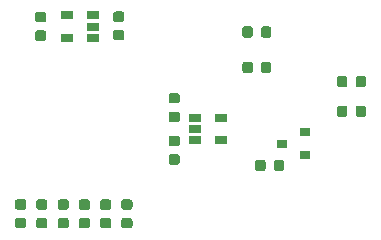
<source format=gbp>
G04 #@! TF.GenerationSoftware,KiCad,Pcbnew,(5.0.0)*
G04 #@! TF.CreationDate,2019-01-23T06:14:12+09:00*
G04 #@! TF.ProjectId,PDS,5044532E6B696361645F706362000000,rev?*
G04 #@! TF.SameCoordinates,Original*
G04 #@! TF.FileFunction,Paste,Bot*
G04 #@! TF.FilePolarity,Positive*
%FSLAX46Y46*%
G04 Gerber Fmt 4.6, Leading zero omitted, Abs format (unit mm)*
G04 Created by KiCad (PCBNEW (5.0.0)) date 01/23/19 06:14:12*
%MOMM*%
%LPD*%
G01*
G04 APERTURE LIST*
%ADD10C,1.000000*%
%ADD11C,0.875000*%
%ADD12R,1.060000X0.650000*%
%ADD13R,0.900000X0.800000*%
G04 APERTURE END LIST*
D10*
G04 #@! TO.C,C1*
G36*
X77877691Y-112538553D02*
X77898926Y-112541703D01*
X77919750Y-112546919D01*
X77939962Y-112554151D01*
X77959368Y-112563330D01*
X77977781Y-112574366D01*
X77995024Y-112587154D01*
X78010930Y-112601570D01*
X78025346Y-112617476D01*
X78038134Y-112634719D01*
X78049170Y-112653132D01*
X78058349Y-112672538D01*
X78065581Y-112692750D01*
X78070797Y-112713574D01*
X78073947Y-112734809D01*
X78075000Y-112756250D01*
X78075000Y-113193750D01*
X78073947Y-113215191D01*
X78070797Y-113236426D01*
X78065581Y-113257250D01*
X78058349Y-113277462D01*
X78049170Y-113296868D01*
X78038134Y-113315281D01*
X78025346Y-113332524D01*
X78010930Y-113348430D01*
X77995024Y-113362846D01*
X77977781Y-113375634D01*
X77959368Y-113386670D01*
X77939962Y-113395849D01*
X77919750Y-113403081D01*
X77898926Y-113408297D01*
X77877691Y-113411447D01*
X77856250Y-113412500D01*
X77343750Y-113412500D01*
X77322309Y-113411447D01*
X77301074Y-113408297D01*
X77280250Y-113403081D01*
X77260038Y-113395849D01*
X77240632Y-113386670D01*
X77222219Y-113375634D01*
X77204976Y-113362846D01*
X77189070Y-113348430D01*
X77174654Y-113332524D01*
X77161866Y-113315281D01*
X77150830Y-113296868D01*
X77141651Y-113277462D01*
X77134419Y-113257250D01*
X77129203Y-113236426D01*
X77126053Y-113215191D01*
X77125000Y-113193750D01*
X77125000Y-112756250D01*
X77126053Y-112734809D01*
X77129203Y-112713574D01*
X77134419Y-112692750D01*
X77141651Y-112672538D01*
X77150830Y-112653132D01*
X77161866Y-112634719D01*
X77174654Y-112617476D01*
X77189070Y-112601570D01*
X77204976Y-112587154D01*
X77222219Y-112574366D01*
X77240632Y-112563330D01*
X77260038Y-112554151D01*
X77280250Y-112546919D01*
X77301074Y-112541703D01*
X77322309Y-112538553D01*
X77343750Y-112537500D01*
X77856250Y-112537500D01*
X77877691Y-112538553D01*
X77877691Y-112538553D01*
G37*
D11*
X77600000Y-112975000D03*
D10*
G36*
X77877691Y-110963553D02*
X77898926Y-110966703D01*
X77919750Y-110971919D01*
X77939962Y-110979151D01*
X77959368Y-110988330D01*
X77977781Y-110999366D01*
X77995024Y-111012154D01*
X78010930Y-111026570D01*
X78025346Y-111042476D01*
X78038134Y-111059719D01*
X78049170Y-111078132D01*
X78058349Y-111097538D01*
X78065581Y-111117750D01*
X78070797Y-111138574D01*
X78073947Y-111159809D01*
X78075000Y-111181250D01*
X78075000Y-111618750D01*
X78073947Y-111640191D01*
X78070797Y-111661426D01*
X78065581Y-111682250D01*
X78058349Y-111702462D01*
X78049170Y-111721868D01*
X78038134Y-111740281D01*
X78025346Y-111757524D01*
X78010930Y-111773430D01*
X77995024Y-111787846D01*
X77977781Y-111800634D01*
X77959368Y-111811670D01*
X77939962Y-111820849D01*
X77919750Y-111828081D01*
X77898926Y-111833297D01*
X77877691Y-111836447D01*
X77856250Y-111837500D01*
X77343750Y-111837500D01*
X77322309Y-111836447D01*
X77301074Y-111833297D01*
X77280250Y-111828081D01*
X77260038Y-111820849D01*
X77240632Y-111811670D01*
X77222219Y-111800634D01*
X77204976Y-111787846D01*
X77189070Y-111773430D01*
X77174654Y-111757524D01*
X77161866Y-111740281D01*
X77150830Y-111721868D01*
X77141651Y-111702462D01*
X77134419Y-111682250D01*
X77129203Y-111661426D01*
X77126053Y-111640191D01*
X77125000Y-111618750D01*
X77125000Y-111181250D01*
X77126053Y-111159809D01*
X77129203Y-111138574D01*
X77134419Y-111117750D01*
X77141651Y-111097538D01*
X77150830Y-111078132D01*
X77161866Y-111059719D01*
X77174654Y-111042476D01*
X77189070Y-111026570D01*
X77204976Y-111012154D01*
X77222219Y-110999366D01*
X77240632Y-110988330D01*
X77260038Y-110979151D01*
X77280250Y-110971919D01*
X77301074Y-110966703D01*
X77322309Y-110963553D01*
X77343750Y-110962500D01*
X77856250Y-110962500D01*
X77877691Y-110963553D01*
X77877691Y-110963553D01*
G37*
D11*
X77600000Y-111400000D03*
G04 #@! TD*
D10*
G04 #@! TO.C,C2*
G36*
X71277691Y-110988553D02*
X71298926Y-110991703D01*
X71319750Y-110996919D01*
X71339962Y-111004151D01*
X71359368Y-111013330D01*
X71377781Y-111024366D01*
X71395024Y-111037154D01*
X71410930Y-111051570D01*
X71425346Y-111067476D01*
X71438134Y-111084719D01*
X71449170Y-111103132D01*
X71458349Y-111122538D01*
X71465581Y-111142750D01*
X71470797Y-111163574D01*
X71473947Y-111184809D01*
X71475000Y-111206250D01*
X71475000Y-111643750D01*
X71473947Y-111665191D01*
X71470797Y-111686426D01*
X71465581Y-111707250D01*
X71458349Y-111727462D01*
X71449170Y-111746868D01*
X71438134Y-111765281D01*
X71425346Y-111782524D01*
X71410930Y-111798430D01*
X71395024Y-111812846D01*
X71377781Y-111825634D01*
X71359368Y-111836670D01*
X71339962Y-111845849D01*
X71319750Y-111853081D01*
X71298926Y-111858297D01*
X71277691Y-111861447D01*
X71256250Y-111862500D01*
X70743750Y-111862500D01*
X70722309Y-111861447D01*
X70701074Y-111858297D01*
X70680250Y-111853081D01*
X70660038Y-111845849D01*
X70640632Y-111836670D01*
X70622219Y-111825634D01*
X70604976Y-111812846D01*
X70589070Y-111798430D01*
X70574654Y-111782524D01*
X70561866Y-111765281D01*
X70550830Y-111746868D01*
X70541651Y-111727462D01*
X70534419Y-111707250D01*
X70529203Y-111686426D01*
X70526053Y-111665191D01*
X70525000Y-111643750D01*
X70525000Y-111206250D01*
X70526053Y-111184809D01*
X70529203Y-111163574D01*
X70534419Y-111142750D01*
X70541651Y-111122538D01*
X70550830Y-111103132D01*
X70561866Y-111084719D01*
X70574654Y-111067476D01*
X70589070Y-111051570D01*
X70604976Y-111037154D01*
X70622219Y-111024366D01*
X70640632Y-111013330D01*
X70660038Y-111004151D01*
X70680250Y-110996919D01*
X70701074Y-110991703D01*
X70722309Y-110988553D01*
X70743750Y-110987500D01*
X71256250Y-110987500D01*
X71277691Y-110988553D01*
X71277691Y-110988553D01*
G37*
D11*
X71000000Y-111425000D03*
D10*
G36*
X71277691Y-112563553D02*
X71298926Y-112566703D01*
X71319750Y-112571919D01*
X71339962Y-112579151D01*
X71359368Y-112588330D01*
X71377781Y-112599366D01*
X71395024Y-112612154D01*
X71410930Y-112626570D01*
X71425346Y-112642476D01*
X71438134Y-112659719D01*
X71449170Y-112678132D01*
X71458349Y-112697538D01*
X71465581Y-112717750D01*
X71470797Y-112738574D01*
X71473947Y-112759809D01*
X71475000Y-112781250D01*
X71475000Y-113218750D01*
X71473947Y-113240191D01*
X71470797Y-113261426D01*
X71465581Y-113282250D01*
X71458349Y-113302462D01*
X71449170Y-113321868D01*
X71438134Y-113340281D01*
X71425346Y-113357524D01*
X71410930Y-113373430D01*
X71395024Y-113387846D01*
X71377781Y-113400634D01*
X71359368Y-113411670D01*
X71339962Y-113420849D01*
X71319750Y-113428081D01*
X71298926Y-113433297D01*
X71277691Y-113436447D01*
X71256250Y-113437500D01*
X70743750Y-113437500D01*
X70722309Y-113436447D01*
X70701074Y-113433297D01*
X70680250Y-113428081D01*
X70660038Y-113420849D01*
X70640632Y-113411670D01*
X70622219Y-113400634D01*
X70604976Y-113387846D01*
X70589070Y-113373430D01*
X70574654Y-113357524D01*
X70561866Y-113340281D01*
X70550830Y-113321868D01*
X70541651Y-113302462D01*
X70534419Y-113282250D01*
X70529203Y-113261426D01*
X70526053Y-113240191D01*
X70525000Y-113218750D01*
X70525000Y-112781250D01*
X70526053Y-112759809D01*
X70529203Y-112738574D01*
X70534419Y-112717750D01*
X70541651Y-112697538D01*
X70550830Y-112678132D01*
X70561866Y-112659719D01*
X70574654Y-112642476D01*
X70589070Y-112626570D01*
X70604976Y-112612154D01*
X70622219Y-112599366D01*
X70640632Y-112588330D01*
X70660038Y-112579151D01*
X70680250Y-112571919D01*
X70701074Y-112566703D01*
X70722309Y-112563553D01*
X70743750Y-112562500D01*
X71256250Y-112562500D01*
X71277691Y-112563553D01*
X71277691Y-112563553D01*
G37*
D11*
X71000000Y-113000000D03*
G04 #@! TD*
D12*
G04 #@! TO.C,Q1*
X86300000Y-121850000D03*
X86300000Y-119950000D03*
X84100000Y-119950000D03*
X84100000Y-120900000D03*
X84100000Y-121850000D03*
G04 #@! TD*
D13*
G04 #@! TO.C,Q2*
X93400000Y-121200000D03*
X93400000Y-123100000D03*
X91400000Y-122150000D03*
G04 #@! TD*
D10*
G04 #@! TO.C,R1*
G36*
X69577691Y-128438553D02*
X69598926Y-128441703D01*
X69619750Y-128446919D01*
X69639962Y-128454151D01*
X69659368Y-128463330D01*
X69677781Y-128474366D01*
X69695024Y-128487154D01*
X69710930Y-128501570D01*
X69725346Y-128517476D01*
X69738134Y-128534719D01*
X69749170Y-128553132D01*
X69758349Y-128572538D01*
X69765581Y-128592750D01*
X69770797Y-128613574D01*
X69773947Y-128634809D01*
X69775000Y-128656250D01*
X69775000Y-129093750D01*
X69773947Y-129115191D01*
X69770797Y-129136426D01*
X69765581Y-129157250D01*
X69758349Y-129177462D01*
X69749170Y-129196868D01*
X69738134Y-129215281D01*
X69725346Y-129232524D01*
X69710930Y-129248430D01*
X69695024Y-129262846D01*
X69677781Y-129275634D01*
X69659368Y-129286670D01*
X69639962Y-129295849D01*
X69619750Y-129303081D01*
X69598926Y-129308297D01*
X69577691Y-129311447D01*
X69556250Y-129312500D01*
X69043750Y-129312500D01*
X69022309Y-129311447D01*
X69001074Y-129308297D01*
X68980250Y-129303081D01*
X68960038Y-129295849D01*
X68940632Y-129286670D01*
X68922219Y-129275634D01*
X68904976Y-129262846D01*
X68889070Y-129248430D01*
X68874654Y-129232524D01*
X68861866Y-129215281D01*
X68850830Y-129196868D01*
X68841651Y-129177462D01*
X68834419Y-129157250D01*
X68829203Y-129136426D01*
X68826053Y-129115191D01*
X68825000Y-129093750D01*
X68825000Y-128656250D01*
X68826053Y-128634809D01*
X68829203Y-128613574D01*
X68834419Y-128592750D01*
X68841651Y-128572538D01*
X68850830Y-128553132D01*
X68861866Y-128534719D01*
X68874654Y-128517476D01*
X68889070Y-128501570D01*
X68904976Y-128487154D01*
X68922219Y-128474366D01*
X68940632Y-128463330D01*
X68960038Y-128454151D01*
X68980250Y-128446919D01*
X69001074Y-128441703D01*
X69022309Y-128438553D01*
X69043750Y-128437500D01*
X69556250Y-128437500D01*
X69577691Y-128438553D01*
X69577691Y-128438553D01*
G37*
D11*
X69300000Y-128875000D03*
D10*
G36*
X69577691Y-126863553D02*
X69598926Y-126866703D01*
X69619750Y-126871919D01*
X69639962Y-126879151D01*
X69659368Y-126888330D01*
X69677781Y-126899366D01*
X69695024Y-126912154D01*
X69710930Y-126926570D01*
X69725346Y-126942476D01*
X69738134Y-126959719D01*
X69749170Y-126978132D01*
X69758349Y-126997538D01*
X69765581Y-127017750D01*
X69770797Y-127038574D01*
X69773947Y-127059809D01*
X69775000Y-127081250D01*
X69775000Y-127518750D01*
X69773947Y-127540191D01*
X69770797Y-127561426D01*
X69765581Y-127582250D01*
X69758349Y-127602462D01*
X69749170Y-127621868D01*
X69738134Y-127640281D01*
X69725346Y-127657524D01*
X69710930Y-127673430D01*
X69695024Y-127687846D01*
X69677781Y-127700634D01*
X69659368Y-127711670D01*
X69639962Y-127720849D01*
X69619750Y-127728081D01*
X69598926Y-127733297D01*
X69577691Y-127736447D01*
X69556250Y-127737500D01*
X69043750Y-127737500D01*
X69022309Y-127736447D01*
X69001074Y-127733297D01*
X68980250Y-127728081D01*
X68960038Y-127720849D01*
X68940632Y-127711670D01*
X68922219Y-127700634D01*
X68904976Y-127687846D01*
X68889070Y-127673430D01*
X68874654Y-127657524D01*
X68861866Y-127640281D01*
X68850830Y-127621868D01*
X68841651Y-127602462D01*
X68834419Y-127582250D01*
X68829203Y-127561426D01*
X68826053Y-127540191D01*
X68825000Y-127518750D01*
X68825000Y-127081250D01*
X68826053Y-127059809D01*
X68829203Y-127038574D01*
X68834419Y-127017750D01*
X68841651Y-126997538D01*
X68850830Y-126978132D01*
X68861866Y-126959719D01*
X68874654Y-126942476D01*
X68889070Y-126926570D01*
X68904976Y-126912154D01*
X68922219Y-126899366D01*
X68940632Y-126888330D01*
X68960038Y-126879151D01*
X68980250Y-126871919D01*
X69001074Y-126866703D01*
X69022309Y-126863553D01*
X69043750Y-126862500D01*
X69556250Y-126862500D01*
X69577691Y-126863553D01*
X69577691Y-126863553D01*
G37*
D11*
X69300000Y-127300000D03*
G04 #@! TD*
D10*
G04 #@! TO.C,R2*
G36*
X71377691Y-126876053D02*
X71398926Y-126879203D01*
X71419750Y-126884419D01*
X71439962Y-126891651D01*
X71459368Y-126900830D01*
X71477781Y-126911866D01*
X71495024Y-126924654D01*
X71510930Y-126939070D01*
X71525346Y-126954976D01*
X71538134Y-126972219D01*
X71549170Y-126990632D01*
X71558349Y-127010038D01*
X71565581Y-127030250D01*
X71570797Y-127051074D01*
X71573947Y-127072309D01*
X71575000Y-127093750D01*
X71575000Y-127531250D01*
X71573947Y-127552691D01*
X71570797Y-127573926D01*
X71565581Y-127594750D01*
X71558349Y-127614962D01*
X71549170Y-127634368D01*
X71538134Y-127652781D01*
X71525346Y-127670024D01*
X71510930Y-127685930D01*
X71495024Y-127700346D01*
X71477781Y-127713134D01*
X71459368Y-127724170D01*
X71439962Y-127733349D01*
X71419750Y-127740581D01*
X71398926Y-127745797D01*
X71377691Y-127748947D01*
X71356250Y-127750000D01*
X70843750Y-127750000D01*
X70822309Y-127748947D01*
X70801074Y-127745797D01*
X70780250Y-127740581D01*
X70760038Y-127733349D01*
X70740632Y-127724170D01*
X70722219Y-127713134D01*
X70704976Y-127700346D01*
X70689070Y-127685930D01*
X70674654Y-127670024D01*
X70661866Y-127652781D01*
X70650830Y-127634368D01*
X70641651Y-127614962D01*
X70634419Y-127594750D01*
X70629203Y-127573926D01*
X70626053Y-127552691D01*
X70625000Y-127531250D01*
X70625000Y-127093750D01*
X70626053Y-127072309D01*
X70629203Y-127051074D01*
X70634419Y-127030250D01*
X70641651Y-127010038D01*
X70650830Y-126990632D01*
X70661866Y-126972219D01*
X70674654Y-126954976D01*
X70689070Y-126939070D01*
X70704976Y-126924654D01*
X70722219Y-126911866D01*
X70740632Y-126900830D01*
X70760038Y-126891651D01*
X70780250Y-126884419D01*
X70801074Y-126879203D01*
X70822309Y-126876053D01*
X70843750Y-126875000D01*
X71356250Y-126875000D01*
X71377691Y-126876053D01*
X71377691Y-126876053D01*
G37*
D11*
X71100000Y-127312500D03*
D10*
G36*
X71377691Y-128451053D02*
X71398926Y-128454203D01*
X71419750Y-128459419D01*
X71439962Y-128466651D01*
X71459368Y-128475830D01*
X71477781Y-128486866D01*
X71495024Y-128499654D01*
X71510930Y-128514070D01*
X71525346Y-128529976D01*
X71538134Y-128547219D01*
X71549170Y-128565632D01*
X71558349Y-128585038D01*
X71565581Y-128605250D01*
X71570797Y-128626074D01*
X71573947Y-128647309D01*
X71575000Y-128668750D01*
X71575000Y-129106250D01*
X71573947Y-129127691D01*
X71570797Y-129148926D01*
X71565581Y-129169750D01*
X71558349Y-129189962D01*
X71549170Y-129209368D01*
X71538134Y-129227781D01*
X71525346Y-129245024D01*
X71510930Y-129260930D01*
X71495024Y-129275346D01*
X71477781Y-129288134D01*
X71459368Y-129299170D01*
X71439962Y-129308349D01*
X71419750Y-129315581D01*
X71398926Y-129320797D01*
X71377691Y-129323947D01*
X71356250Y-129325000D01*
X70843750Y-129325000D01*
X70822309Y-129323947D01*
X70801074Y-129320797D01*
X70780250Y-129315581D01*
X70760038Y-129308349D01*
X70740632Y-129299170D01*
X70722219Y-129288134D01*
X70704976Y-129275346D01*
X70689070Y-129260930D01*
X70674654Y-129245024D01*
X70661866Y-129227781D01*
X70650830Y-129209368D01*
X70641651Y-129189962D01*
X70634419Y-129169750D01*
X70629203Y-129148926D01*
X70626053Y-129127691D01*
X70625000Y-129106250D01*
X70625000Y-128668750D01*
X70626053Y-128647309D01*
X70629203Y-128626074D01*
X70634419Y-128605250D01*
X70641651Y-128585038D01*
X70650830Y-128565632D01*
X70661866Y-128547219D01*
X70674654Y-128529976D01*
X70689070Y-128514070D01*
X70704976Y-128499654D01*
X70722219Y-128486866D01*
X70740632Y-128475830D01*
X70760038Y-128466651D01*
X70780250Y-128459419D01*
X70801074Y-128454203D01*
X70822309Y-128451053D01*
X70843750Y-128450000D01*
X71356250Y-128450000D01*
X71377691Y-128451053D01*
X71377691Y-128451053D01*
G37*
D11*
X71100000Y-128887500D03*
G04 #@! TD*
D10*
G04 #@! TO.C,R3*
G36*
X73177691Y-128451053D02*
X73198926Y-128454203D01*
X73219750Y-128459419D01*
X73239962Y-128466651D01*
X73259368Y-128475830D01*
X73277781Y-128486866D01*
X73295024Y-128499654D01*
X73310930Y-128514070D01*
X73325346Y-128529976D01*
X73338134Y-128547219D01*
X73349170Y-128565632D01*
X73358349Y-128585038D01*
X73365581Y-128605250D01*
X73370797Y-128626074D01*
X73373947Y-128647309D01*
X73375000Y-128668750D01*
X73375000Y-129106250D01*
X73373947Y-129127691D01*
X73370797Y-129148926D01*
X73365581Y-129169750D01*
X73358349Y-129189962D01*
X73349170Y-129209368D01*
X73338134Y-129227781D01*
X73325346Y-129245024D01*
X73310930Y-129260930D01*
X73295024Y-129275346D01*
X73277781Y-129288134D01*
X73259368Y-129299170D01*
X73239962Y-129308349D01*
X73219750Y-129315581D01*
X73198926Y-129320797D01*
X73177691Y-129323947D01*
X73156250Y-129325000D01*
X72643750Y-129325000D01*
X72622309Y-129323947D01*
X72601074Y-129320797D01*
X72580250Y-129315581D01*
X72560038Y-129308349D01*
X72540632Y-129299170D01*
X72522219Y-129288134D01*
X72504976Y-129275346D01*
X72489070Y-129260930D01*
X72474654Y-129245024D01*
X72461866Y-129227781D01*
X72450830Y-129209368D01*
X72441651Y-129189962D01*
X72434419Y-129169750D01*
X72429203Y-129148926D01*
X72426053Y-129127691D01*
X72425000Y-129106250D01*
X72425000Y-128668750D01*
X72426053Y-128647309D01*
X72429203Y-128626074D01*
X72434419Y-128605250D01*
X72441651Y-128585038D01*
X72450830Y-128565632D01*
X72461866Y-128547219D01*
X72474654Y-128529976D01*
X72489070Y-128514070D01*
X72504976Y-128499654D01*
X72522219Y-128486866D01*
X72540632Y-128475830D01*
X72560038Y-128466651D01*
X72580250Y-128459419D01*
X72601074Y-128454203D01*
X72622309Y-128451053D01*
X72643750Y-128450000D01*
X73156250Y-128450000D01*
X73177691Y-128451053D01*
X73177691Y-128451053D01*
G37*
D11*
X72900000Y-128887500D03*
D10*
G36*
X73177691Y-126876053D02*
X73198926Y-126879203D01*
X73219750Y-126884419D01*
X73239962Y-126891651D01*
X73259368Y-126900830D01*
X73277781Y-126911866D01*
X73295024Y-126924654D01*
X73310930Y-126939070D01*
X73325346Y-126954976D01*
X73338134Y-126972219D01*
X73349170Y-126990632D01*
X73358349Y-127010038D01*
X73365581Y-127030250D01*
X73370797Y-127051074D01*
X73373947Y-127072309D01*
X73375000Y-127093750D01*
X73375000Y-127531250D01*
X73373947Y-127552691D01*
X73370797Y-127573926D01*
X73365581Y-127594750D01*
X73358349Y-127614962D01*
X73349170Y-127634368D01*
X73338134Y-127652781D01*
X73325346Y-127670024D01*
X73310930Y-127685930D01*
X73295024Y-127700346D01*
X73277781Y-127713134D01*
X73259368Y-127724170D01*
X73239962Y-127733349D01*
X73219750Y-127740581D01*
X73198926Y-127745797D01*
X73177691Y-127748947D01*
X73156250Y-127750000D01*
X72643750Y-127750000D01*
X72622309Y-127748947D01*
X72601074Y-127745797D01*
X72580250Y-127740581D01*
X72560038Y-127733349D01*
X72540632Y-127724170D01*
X72522219Y-127713134D01*
X72504976Y-127700346D01*
X72489070Y-127685930D01*
X72474654Y-127670024D01*
X72461866Y-127652781D01*
X72450830Y-127634368D01*
X72441651Y-127614962D01*
X72434419Y-127594750D01*
X72429203Y-127573926D01*
X72426053Y-127552691D01*
X72425000Y-127531250D01*
X72425000Y-127093750D01*
X72426053Y-127072309D01*
X72429203Y-127051074D01*
X72434419Y-127030250D01*
X72441651Y-127010038D01*
X72450830Y-126990632D01*
X72461866Y-126972219D01*
X72474654Y-126954976D01*
X72489070Y-126939070D01*
X72504976Y-126924654D01*
X72522219Y-126911866D01*
X72540632Y-126900830D01*
X72560038Y-126891651D01*
X72580250Y-126884419D01*
X72601074Y-126879203D01*
X72622309Y-126876053D01*
X72643750Y-126875000D01*
X73156250Y-126875000D01*
X73177691Y-126876053D01*
X73177691Y-126876053D01*
G37*
D11*
X72900000Y-127312500D03*
G04 #@! TD*
D10*
G04 #@! TO.C,R4*
G36*
X76777691Y-128451053D02*
X76798926Y-128454203D01*
X76819750Y-128459419D01*
X76839962Y-128466651D01*
X76859368Y-128475830D01*
X76877781Y-128486866D01*
X76895024Y-128499654D01*
X76910930Y-128514070D01*
X76925346Y-128529976D01*
X76938134Y-128547219D01*
X76949170Y-128565632D01*
X76958349Y-128585038D01*
X76965581Y-128605250D01*
X76970797Y-128626074D01*
X76973947Y-128647309D01*
X76975000Y-128668750D01*
X76975000Y-129106250D01*
X76973947Y-129127691D01*
X76970797Y-129148926D01*
X76965581Y-129169750D01*
X76958349Y-129189962D01*
X76949170Y-129209368D01*
X76938134Y-129227781D01*
X76925346Y-129245024D01*
X76910930Y-129260930D01*
X76895024Y-129275346D01*
X76877781Y-129288134D01*
X76859368Y-129299170D01*
X76839962Y-129308349D01*
X76819750Y-129315581D01*
X76798926Y-129320797D01*
X76777691Y-129323947D01*
X76756250Y-129325000D01*
X76243750Y-129325000D01*
X76222309Y-129323947D01*
X76201074Y-129320797D01*
X76180250Y-129315581D01*
X76160038Y-129308349D01*
X76140632Y-129299170D01*
X76122219Y-129288134D01*
X76104976Y-129275346D01*
X76089070Y-129260930D01*
X76074654Y-129245024D01*
X76061866Y-129227781D01*
X76050830Y-129209368D01*
X76041651Y-129189962D01*
X76034419Y-129169750D01*
X76029203Y-129148926D01*
X76026053Y-129127691D01*
X76025000Y-129106250D01*
X76025000Y-128668750D01*
X76026053Y-128647309D01*
X76029203Y-128626074D01*
X76034419Y-128605250D01*
X76041651Y-128585038D01*
X76050830Y-128565632D01*
X76061866Y-128547219D01*
X76074654Y-128529976D01*
X76089070Y-128514070D01*
X76104976Y-128499654D01*
X76122219Y-128486866D01*
X76140632Y-128475830D01*
X76160038Y-128466651D01*
X76180250Y-128459419D01*
X76201074Y-128454203D01*
X76222309Y-128451053D01*
X76243750Y-128450000D01*
X76756250Y-128450000D01*
X76777691Y-128451053D01*
X76777691Y-128451053D01*
G37*
D11*
X76500000Y-128887500D03*
D10*
G36*
X76777691Y-126876053D02*
X76798926Y-126879203D01*
X76819750Y-126884419D01*
X76839962Y-126891651D01*
X76859368Y-126900830D01*
X76877781Y-126911866D01*
X76895024Y-126924654D01*
X76910930Y-126939070D01*
X76925346Y-126954976D01*
X76938134Y-126972219D01*
X76949170Y-126990632D01*
X76958349Y-127010038D01*
X76965581Y-127030250D01*
X76970797Y-127051074D01*
X76973947Y-127072309D01*
X76975000Y-127093750D01*
X76975000Y-127531250D01*
X76973947Y-127552691D01*
X76970797Y-127573926D01*
X76965581Y-127594750D01*
X76958349Y-127614962D01*
X76949170Y-127634368D01*
X76938134Y-127652781D01*
X76925346Y-127670024D01*
X76910930Y-127685930D01*
X76895024Y-127700346D01*
X76877781Y-127713134D01*
X76859368Y-127724170D01*
X76839962Y-127733349D01*
X76819750Y-127740581D01*
X76798926Y-127745797D01*
X76777691Y-127748947D01*
X76756250Y-127750000D01*
X76243750Y-127750000D01*
X76222309Y-127748947D01*
X76201074Y-127745797D01*
X76180250Y-127740581D01*
X76160038Y-127733349D01*
X76140632Y-127724170D01*
X76122219Y-127713134D01*
X76104976Y-127700346D01*
X76089070Y-127685930D01*
X76074654Y-127670024D01*
X76061866Y-127652781D01*
X76050830Y-127634368D01*
X76041651Y-127614962D01*
X76034419Y-127594750D01*
X76029203Y-127573926D01*
X76026053Y-127552691D01*
X76025000Y-127531250D01*
X76025000Y-127093750D01*
X76026053Y-127072309D01*
X76029203Y-127051074D01*
X76034419Y-127030250D01*
X76041651Y-127010038D01*
X76050830Y-126990632D01*
X76061866Y-126972219D01*
X76074654Y-126954976D01*
X76089070Y-126939070D01*
X76104976Y-126924654D01*
X76122219Y-126911866D01*
X76140632Y-126900830D01*
X76160038Y-126891651D01*
X76180250Y-126884419D01*
X76201074Y-126879203D01*
X76222309Y-126876053D01*
X76243750Y-126875000D01*
X76756250Y-126875000D01*
X76777691Y-126876053D01*
X76777691Y-126876053D01*
G37*
D11*
X76500000Y-127312500D03*
G04 #@! TD*
D10*
G04 #@! TO.C,R5*
G36*
X74977691Y-128451053D02*
X74998926Y-128454203D01*
X75019750Y-128459419D01*
X75039962Y-128466651D01*
X75059368Y-128475830D01*
X75077781Y-128486866D01*
X75095024Y-128499654D01*
X75110930Y-128514070D01*
X75125346Y-128529976D01*
X75138134Y-128547219D01*
X75149170Y-128565632D01*
X75158349Y-128585038D01*
X75165581Y-128605250D01*
X75170797Y-128626074D01*
X75173947Y-128647309D01*
X75175000Y-128668750D01*
X75175000Y-129106250D01*
X75173947Y-129127691D01*
X75170797Y-129148926D01*
X75165581Y-129169750D01*
X75158349Y-129189962D01*
X75149170Y-129209368D01*
X75138134Y-129227781D01*
X75125346Y-129245024D01*
X75110930Y-129260930D01*
X75095024Y-129275346D01*
X75077781Y-129288134D01*
X75059368Y-129299170D01*
X75039962Y-129308349D01*
X75019750Y-129315581D01*
X74998926Y-129320797D01*
X74977691Y-129323947D01*
X74956250Y-129325000D01*
X74443750Y-129325000D01*
X74422309Y-129323947D01*
X74401074Y-129320797D01*
X74380250Y-129315581D01*
X74360038Y-129308349D01*
X74340632Y-129299170D01*
X74322219Y-129288134D01*
X74304976Y-129275346D01*
X74289070Y-129260930D01*
X74274654Y-129245024D01*
X74261866Y-129227781D01*
X74250830Y-129209368D01*
X74241651Y-129189962D01*
X74234419Y-129169750D01*
X74229203Y-129148926D01*
X74226053Y-129127691D01*
X74225000Y-129106250D01*
X74225000Y-128668750D01*
X74226053Y-128647309D01*
X74229203Y-128626074D01*
X74234419Y-128605250D01*
X74241651Y-128585038D01*
X74250830Y-128565632D01*
X74261866Y-128547219D01*
X74274654Y-128529976D01*
X74289070Y-128514070D01*
X74304976Y-128499654D01*
X74322219Y-128486866D01*
X74340632Y-128475830D01*
X74360038Y-128466651D01*
X74380250Y-128459419D01*
X74401074Y-128454203D01*
X74422309Y-128451053D01*
X74443750Y-128450000D01*
X74956250Y-128450000D01*
X74977691Y-128451053D01*
X74977691Y-128451053D01*
G37*
D11*
X74700000Y-128887500D03*
D10*
G36*
X74977691Y-126876053D02*
X74998926Y-126879203D01*
X75019750Y-126884419D01*
X75039962Y-126891651D01*
X75059368Y-126900830D01*
X75077781Y-126911866D01*
X75095024Y-126924654D01*
X75110930Y-126939070D01*
X75125346Y-126954976D01*
X75138134Y-126972219D01*
X75149170Y-126990632D01*
X75158349Y-127010038D01*
X75165581Y-127030250D01*
X75170797Y-127051074D01*
X75173947Y-127072309D01*
X75175000Y-127093750D01*
X75175000Y-127531250D01*
X75173947Y-127552691D01*
X75170797Y-127573926D01*
X75165581Y-127594750D01*
X75158349Y-127614962D01*
X75149170Y-127634368D01*
X75138134Y-127652781D01*
X75125346Y-127670024D01*
X75110930Y-127685930D01*
X75095024Y-127700346D01*
X75077781Y-127713134D01*
X75059368Y-127724170D01*
X75039962Y-127733349D01*
X75019750Y-127740581D01*
X74998926Y-127745797D01*
X74977691Y-127748947D01*
X74956250Y-127750000D01*
X74443750Y-127750000D01*
X74422309Y-127748947D01*
X74401074Y-127745797D01*
X74380250Y-127740581D01*
X74360038Y-127733349D01*
X74340632Y-127724170D01*
X74322219Y-127713134D01*
X74304976Y-127700346D01*
X74289070Y-127685930D01*
X74274654Y-127670024D01*
X74261866Y-127652781D01*
X74250830Y-127634368D01*
X74241651Y-127614962D01*
X74234419Y-127594750D01*
X74229203Y-127573926D01*
X74226053Y-127552691D01*
X74225000Y-127531250D01*
X74225000Y-127093750D01*
X74226053Y-127072309D01*
X74229203Y-127051074D01*
X74234419Y-127030250D01*
X74241651Y-127010038D01*
X74250830Y-126990632D01*
X74261866Y-126972219D01*
X74274654Y-126954976D01*
X74289070Y-126939070D01*
X74304976Y-126924654D01*
X74322219Y-126911866D01*
X74340632Y-126900830D01*
X74360038Y-126891651D01*
X74380250Y-126884419D01*
X74401074Y-126879203D01*
X74422309Y-126876053D01*
X74443750Y-126875000D01*
X74956250Y-126875000D01*
X74977691Y-126876053D01*
X74977691Y-126876053D01*
G37*
D11*
X74700000Y-127312500D03*
G04 #@! TD*
D10*
G04 #@! TO.C,R8*
G36*
X82577691Y-121476053D02*
X82598926Y-121479203D01*
X82619750Y-121484419D01*
X82639962Y-121491651D01*
X82659368Y-121500830D01*
X82677781Y-121511866D01*
X82695024Y-121524654D01*
X82710930Y-121539070D01*
X82725346Y-121554976D01*
X82738134Y-121572219D01*
X82749170Y-121590632D01*
X82758349Y-121610038D01*
X82765581Y-121630250D01*
X82770797Y-121651074D01*
X82773947Y-121672309D01*
X82775000Y-121693750D01*
X82775000Y-122131250D01*
X82773947Y-122152691D01*
X82770797Y-122173926D01*
X82765581Y-122194750D01*
X82758349Y-122214962D01*
X82749170Y-122234368D01*
X82738134Y-122252781D01*
X82725346Y-122270024D01*
X82710930Y-122285930D01*
X82695024Y-122300346D01*
X82677781Y-122313134D01*
X82659368Y-122324170D01*
X82639962Y-122333349D01*
X82619750Y-122340581D01*
X82598926Y-122345797D01*
X82577691Y-122348947D01*
X82556250Y-122350000D01*
X82043750Y-122350000D01*
X82022309Y-122348947D01*
X82001074Y-122345797D01*
X81980250Y-122340581D01*
X81960038Y-122333349D01*
X81940632Y-122324170D01*
X81922219Y-122313134D01*
X81904976Y-122300346D01*
X81889070Y-122285930D01*
X81874654Y-122270024D01*
X81861866Y-122252781D01*
X81850830Y-122234368D01*
X81841651Y-122214962D01*
X81834419Y-122194750D01*
X81829203Y-122173926D01*
X81826053Y-122152691D01*
X81825000Y-122131250D01*
X81825000Y-121693750D01*
X81826053Y-121672309D01*
X81829203Y-121651074D01*
X81834419Y-121630250D01*
X81841651Y-121610038D01*
X81850830Y-121590632D01*
X81861866Y-121572219D01*
X81874654Y-121554976D01*
X81889070Y-121539070D01*
X81904976Y-121524654D01*
X81922219Y-121511866D01*
X81940632Y-121500830D01*
X81960038Y-121491651D01*
X81980250Y-121484419D01*
X82001074Y-121479203D01*
X82022309Y-121476053D01*
X82043750Y-121475000D01*
X82556250Y-121475000D01*
X82577691Y-121476053D01*
X82577691Y-121476053D01*
G37*
D11*
X82300000Y-121912500D03*
D10*
G36*
X82577691Y-123051053D02*
X82598926Y-123054203D01*
X82619750Y-123059419D01*
X82639962Y-123066651D01*
X82659368Y-123075830D01*
X82677781Y-123086866D01*
X82695024Y-123099654D01*
X82710930Y-123114070D01*
X82725346Y-123129976D01*
X82738134Y-123147219D01*
X82749170Y-123165632D01*
X82758349Y-123185038D01*
X82765581Y-123205250D01*
X82770797Y-123226074D01*
X82773947Y-123247309D01*
X82775000Y-123268750D01*
X82775000Y-123706250D01*
X82773947Y-123727691D01*
X82770797Y-123748926D01*
X82765581Y-123769750D01*
X82758349Y-123789962D01*
X82749170Y-123809368D01*
X82738134Y-123827781D01*
X82725346Y-123845024D01*
X82710930Y-123860930D01*
X82695024Y-123875346D01*
X82677781Y-123888134D01*
X82659368Y-123899170D01*
X82639962Y-123908349D01*
X82619750Y-123915581D01*
X82598926Y-123920797D01*
X82577691Y-123923947D01*
X82556250Y-123925000D01*
X82043750Y-123925000D01*
X82022309Y-123923947D01*
X82001074Y-123920797D01*
X81980250Y-123915581D01*
X81960038Y-123908349D01*
X81940632Y-123899170D01*
X81922219Y-123888134D01*
X81904976Y-123875346D01*
X81889070Y-123860930D01*
X81874654Y-123845024D01*
X81861866Y-123827781D01*
X81850830Y-123809368D01*
X81841651Y-123789962D01*
X81834419Y-123769750D01*
X81829203Y-123748926D01*
X81826053Y-123727691D01*
X81825000Y-123706250D01*
X81825000Y-123268750D01*
X81826053Y-123247309D01*
X81829203Y-123226074D01*
X81834419Y-123205250D01*
X81841651Y-123185038D01*
X81850830Y-123165632D01*
X81861866Y-123147219D01*
X81874654Y-123129976D01*
X81889070Y-123114070D01*
X81904976Y-123099654D01*
X81922219Y-123086866D01*
X81940632Y-123075830D01*
X81960038Y-123066651D01*
X81980250Y-123059419D01*
X82001074Y-123054203D01*
X82022309Y-123051053D01*
X82043750Y-123050000D01*
X82556250Y-123050000D01*
X82577691Y-123051053D01*
X82577691Y-123051053D01*
G37*
D11*
X82300000Y-123487500D03*
G04 #@! TD*
D10*
G04 #@! TO.C,R9*
G36*
X82577691Y-119451053D02*
X82598926Y-119454203D01*
X82619750Y-119459419D01*
X82639962Y-119466651D01*
X82659368Y-119475830D01*
X82677781Y-119486866D01*
X82695024Y-119499654D01*
X82710930Y-119514070D01*
X82725346Y-119529976D01*
X82738134Y-119547219D01*
X82749170Y-119565632D01*
X82758349Y-119585038D01*
X82765581Y-119605250D01*
X82770797Y-119626074D01*
X82773947Y-119647309D01*
X82775000Y-119668750D01*
X82775000Y-120106250D01*
X82773947Y-120127691D01*
X82770797Y-120148926D01*
X82765581Y-120169750D01*
X82758349Y-120189962D01*
X82749170Y-120209368D01*
X82738134Y-120227781D01*
X82725346Y-120245024D01*
X82710930Y-120260930D01*
X82695024Y-120275346D01*
X82677781Y-120288134D01*
X82659368Y-120299170D01*
X82639962Y-120308349D01*
X82619750Y-120315581D01*
X82598926Y-120320797D01*
X82577691Y-120323947D01*
X82556250Y-120325000D01*
X82043750Y-120325000D01*
X82022309Y-120323947D01*
X82001074Y-120320797D01*
X81980250Y-120315581D01*
X81960038Y-120308349D01*
X81940632Y-120299170D01*
X81922219Y-120288134D01*
X81904976Y-120275346D01*
X81889070Y-120260930D01*
X81874654Y-120245024D01*
X81861866Y-120227781D01*
X81850830Y-120209368D01*
X81841651Y-120189962D01*
X81834419Y-120169750D01*
X81829203Y-120148926D01*
X81826053Y-120127691D01*
X81825000Y-120106250D01*
X81825000Y-119668750D01*
X81826053Y-119647309D01*
X81829203Y-119626074D01*
X81834419Y-119605250D01*
X81841651Y-119585038D01*
X81850830Y-119565632D01*
X81861866Y-119547219D01*
X81874654Y-119529976D01*
X81889070Y-119514070D01*
X81904976Y-119499654D01*
X81922219Y-119486866D01*
X81940632Y-119475830D01*
X81960038Y-119466651D01*
X81980250Y-119459419D01*
X82001074Y-119454203D01*
X82022309Y-119451053D01*
X82043750Y-119450000D01*
X82556250Y-119450000D01*
X82577691Y-119451053D01*
X82577691Y-119451053D01*
G37*
D11*
X82300000Y-119887500D03*
D10*
G36*
X82577691Y-117876053D02*
X82598926Y-117879203D01*
X82619750Y-117884419D01*
X82639962Y-117891651D01*
X82659368Y-117900830D01*
X82677781Y-117911866D01*
X82695024Y-117924654D01*
X82710930Y-117939070D01*
X82725346Y-117954976D01*
X82738134Y-117972219D01*
X82749170Y-117990632D01*
X82758349Y-118010038D01*
X82765581Y-118030250D01*
X82770797Y-118051074D01*
X82773947Y-118072309D01*
X82775000Y-118093750D01*
X82775000Y-118531250D01*
X82773947Y-118552691D01*
X82770797Y-118573926D01*
X82765581Y-118594750D01*
X82758349Y-118614962D01*
X82749170Y-118634368D01*
X82738134Y-118652781D01*
X82725346Y-118670024D01*
X82710930Y-118685930D01*
X82695024Y-118700346D01*
X82677781Y-118713134D01*
X82659368Y-118724170D01*
X82639962Y-118733349D01*
X82619750Y-118740581D01*
X82598926Y-118745797D01*
X82577691Y-118748947D01*
X82556250Y-118750000D01*
X82043750Y-118750000D01*
X82022309Y-118748947D01*
X82001074Y-118745797D01*
X81980250Y-118740581D01*
X81960038Y-118733349D01*
X81940632Y-118724170D01*
X81922219Y-118713134D01*
X81904976Y-118700346D01*
X81889070Y-118685930D01*
X81874654Y-118670024D01*
X81861866Y-118652781D01*
X81850830Y-118634368D01*
X81841651Y-118614962D01*
X81834419Y-118594750D01*
X81829203Y-118573926D01*
X81826053Y-118552691D01*
X81825000Y-118531250D01*
X81825000Y-118093750D01*
X81826053Y-118072309D01*
X81829203Y-118051074D01*
X81834419Y-118030250D01*
X81841651Y-118010038D01*
X81850830Y-117990632D01*
X81861866Y-117972219D01*
X81874654Y-117954976D01*
X81889070Y-117939070D01*
X81904976Y-117924654D01*
X81922219Y-117911866D01*
X81940632Y-117900830D01*
X81960038Y-117891651D01*
X81980250Y-117884419D01*
X82001074Y-117879203D01*
X82022309Y-117876053D01*
X82043750Y-117875000D01*
X82556250Y-117875000D01*
X82577691Y-117876053D01*
X82577691Y-117876053D01*
G37*
D11*
X82300000Y-118312500D03*
G04 #@! TD*
D10*
G04 #@! TO.C,R12*
G36*
X88752691Y-112226053D02*
X88773926Y-112229203D01*
X88794750Y-112234419D01*
X88814962Y-112241651D01*
X88834368Y-112250830D01*
X88852781Y-112261866D01*
X88870024Y-112274654D01*
X88885930Y-112289070D01*
X88900346Y-112304976D01*
X88913134Y-112322219D01*
X88924170Y-112340632D01*
X88933349Y-112360038D01*
X88940581Y-112380250D01*
X88945797Y-112401074D01*
X88948947Y-112422309D01*
X88950000Y-112443750D01*
X88950000Y-112956250D01*
X88948947Y-112977691D01*
X88945797Y-112998926D01*
X88940581Y-113019750D01*
X88933349Y-113039962D01*
X88924170Y-113059368D01*
X88913134Y-113077781D01*
X88900346Y-113095024D01*
X88885930Y-113110930D01*
X88870024Y-113125346D01*
X88852781Y-113138134D01*
X88834368Y-113149170D01*
X88814962Y-113158349D01*
X88794750Y-113165581D01*
X88773926Y-113170797D01*
X88752691Y-113173947D01*
X88731250Y-113175000D01*
X88293750Y-113175000D01*
X88272309Y-113173947D01*
X88251074Y-113170797D01*
X88230250Y-113165581D01*
X88210038Y-113158349D01*
X88190632Y-113149170D01*
X88172219Y-113138134D01*
X88154976Y-113125346D01*
X88139070Y-113110930D01*
X88124654Y-113095024D01*
X88111866Y-113077781D01*
X88100830Y-113059368D01*
X88091651Y-113039962D01*
X88084419Y-113019750D01*
X88079203Y-112998926D01*
X88076053Y-112977691D01*
X88075000Y-112956250D01*
X88075000Y-112443750D01*
X88076053Y-112422309D01*
X88079203Y-112401074D01*
X88084419Y-112380250D01*
X88091651Y-112360038D01*
X88100830Y-112340632D01*
X88111866Y-112322219D01*
X88124654Y-112304976D01*
X88139070Y-112289070D01*
X88154976Y-112274654D01*
X88172219Y-112261866D01*
X88190632Y-112250830D01*
X88210038Y-112241651D01*
X88230250Y-112234419D01*
X88251074Y-112229203D01*
X88272309Y-112226053D01*
X88293750Y-112225000D01*
X88731250Y-112225000D01*
X88752691Y-112226053D01*
X88752691Y-112226053D01*
G37*
D11*
X88512500Y-112700000D03*
D10*
G36*
X90327691Y-112226053D02*
X90348926Y-112229203D01*
X90369750Y-112234419D01*
X90389962Y-112241651D01*
X90409368Y-112250830D01*
X90427781Y-112261866D01*
X90445024Y-112274654D01*
X90460930Y-112289070D01*
X90475346Y-112304976D01*
X90488134Y-112322219D01*
X90499170Y-112340632D01*
X90508349Y-112360038D01*
X90515581Y-112380250D01*
X90520797Y-112401074D01*
X90523947Y-112422309D01*
X90525000Y-112443750D01*
X90525000Y-112956250D01*
X90523947Y-112977691D01*
X90520797Y-112998926D01*
X90515581Y-113019750D01*
X90508349Y-113039962D01*
X90499170Y-113059368D01*
X90488134Y-113077781D01*
X90475346Y-113095024D01*
X90460930Y-113110930D01*
X90445024Y-113125346D01*
X90427781Y-113138134D01*
X90409368Y-113149170D01*
X90389962Y-113158349D01*
X90369750Y-113165581D01*
X90348926Y-113170797D01*
X90327691Y-113173947D01*
X90306250Y-113175000D01*
X89868750Y-113175000D01*
X89847309Y-113173947D01*
X89826074Y-113170797D01*
X89805250Y-113165581D01*
X89785038Y-113158349D01*
X89765632Y-113149170D01*
X89747219Y-113138134D01*
X89729976Y-113125346D01*
X89714070Y-113110930D01*
X89699654Y-113095024D01*
X89686866Y-113077781D01*
X89675830Y-113059368D01*
X89666651Y-113039962D01*
X89659419Y-113019750D01*
X89654203Y-112998926D01*
X89651053Y-112977691D01*
X89650000Y-112956250D01*
X89650000Y-112443750D01*
X89651053Y-112422309D01*
X89654203Y-112401074D01*
X89659419Y-112380250D01*
X89666651Y-112360038D01*
X89675830Y-112340632D01*
X89686866Y-112322219D01*
X89699654Y-112304976D01*
X89714070Y-112289070D01*
X89729976Y-112274654D01*
X89747219Y-112261866D01*
X89765632Y-112250830D01*
X89785038Y-112241651D01*
X89805250Y-112234419D01*
X89826074Y-112229203D01*
X89847309Y-112226053D01*
X89868750Y-112225000D01*
X90306250Y-112225000D01*
X90327691Y-112226053D01*
X90327691Y-112226053D01*
G37*
D11*
X90087500Y-112700000D03*
G04 #@! TD*
D10*
G04 #@! TO.C,R13*
G36*
X90340191Y-115226053D02*
X90361426Y-115229203D01*
X90382250Y-115234419D01*
X90402462Y-115241651D01*
X90421868Y-115250830D01*
X90440281Y-115261866D01*
X90457524Y-115274654D01*
X90473430Y-115289070D01*
X90487846Y-115304976D01*
X90500634Y-115322219D01*
X90511670Y-115340632D01*
X90520849Y-115360038D01*
X90528081Y-115380250D01*
X90533297Y-115401074D01*
X90536447Y-115422309D01*
X90537500Y-115443750D01*
X90537500Y-115956250D01*
X90536447Y-115977691D01*
X90533297Y-115998926D01*
X90528081Y-116019750D01*
X90520849Y-116039962D01*
X90511670Y-116059368D01*
X90500634Y-116077781D01*
X90487846Y-116095024D01*
X90473430Y-116110930D01*
X90457524Y-116125346D01*
X90440281Y-116138134D01*
X90421868Y-116149170D01*
X90402462Y-116158349D01*
X90382250Y-116165581D01*
X90361426Y-116170797D01*
X90340191Y-116173947D01*
X90318750Y-116175000D01*
X89881250Y-116175000D01*
X89859809Y-116173947D01*
X89838574Y-116170797D01*
X89817750Y-116165581D01*
X89797538Y-116158349D01*
X89778132Y-116149170D01*
X89759719Y-116138134D01*
X89742476Y-116125346D01*
X89726570Y-116110930D01*
X89712154Y-116095024D01*
X89699366Y-116077781D01*
X89688330Y-116059368D01*
X89679151Y-116039962D01*
X89671919Y-116019750D01*
X89666703Y-115998926D01*
X89663553Y-115977691D01*
X89662500Y-115956250D01*
X89662500Y-115443750D01*
X89663553Y-115422309D01*
X89666703Y-115401074D01*
X89671919Y-115380250D01*
X89679151Y-115360038D01*
X89688330Y-115340632D01*
X89699366Y-115322219D01*
X89712154Y-115304976D01*
X89726570Y-115289070D01*
X89742476Y-115274654D01*
X89759719Y-115261866D01*
X89778132Y-115250830D01*
X89797538Y-115241651D01*
X89817750Y-115234419D01*
X89838574Y-115229203D01*
X89859809Y-115226053D01*
X89881250Y-115225000D01*
X90318750Y-115225000D01*
X90340191Y-115226053D01*
X90340191Y-115226053D01*
G37*
D11*
X90100000Y-115700000D03*
D10*
G36*
X88765191Y-115226053D02*
X88786426Y-115229203D01*
X88807250Y-115234419D01*
X88827462Y-115241651D01*
X88846868Y-115250830D01*
X88865281Y-115261866D01*
X88882524Y-115274654D01*
X88898430Y-115289070D01*
X88912846Y-115304976D01*
X88925634Y-115322219D01*
X88936670Y-115340632D01*
X88945849Y-115360038D01*
X88953081Y-115380250D01*
X88958297Y-115401074D01*
X88961447Y-115422309D01*
X88962500Y-115443750D01*
X88962500Y-115956250D01*
X88961447Y-115977691D01*
X88958297Y-115998926D01*
X88953081Y-116019750D01*
X88945849Y-116039962D01*
X88936670Y-116059368D01*
X88925634Y-116077781D01*
X88912846Y-116095024D01*
X88898430Y-116110930D01*
X88882524Y-116125346D01*
X88865281Y-116138134D01*
X88846868Y-116149170D01*
X88827462Y-116158349D01*
X88807250Y-116165581D01*
X88786426Y-116170797D01*
X88765191Y-116173947D01*
X88743750Y-116175000D01*
X88306250Y-116175000D01*
X88284809Y-116173947D01*
X88263574Y-116170797D01*
X88242750Y-116165581D01*
X88222538Y-116158349D01*
X88203132Y-116149170D01*
X88184719Y-116138134D01*
X88167476Y-116125346D01*
X88151570Y-116110930D01*
X88137154Y-116095024D01*
X88124366Y-116077781D01*
X88113330Y-116059368D01*
X88104151Y-116039962D01*
X88096919Y-116019750D01*
X88091703Y-115998926D01*
X88088553Y-115977691D01*
X88087500Y-115956250D01*
X88087500Y-115443750D01*
X88088553Y-115422309D01*
X88091703Y-115401074D01*
X88096919Y-115380250D01*
X88104151Y-115360038D01*
X88113330Y-115340632D01*
X88124366Y-115322219D01*
X88137154Y-115304976D01*
X88151570Y-115289070D01*
X88167476Y-115274654D01*
X88184719Y-115261866D01*
X88203132Y-115250830D01*
X88222538Y-115241651D01*
X88242750Y-115234419D01*
X88263574Y-115229203D01*
X88284809Y-115226053D01*
X88306250Y-115225000D01*
X88743750Y-115225000D01*
X88765191Y-115226053D01*
X88765191Y-115226053D01*
G37*
D11*
X88525000Y-115700000D03*
G04 #@! TD*
D10*
G04 #@! TO.C,R16*
G36*
X98340191Y-116426053D02*
X98361426Y-116429203D01*
X98382250Y-116434419D01*
X98402462Y-116441651D01*
X98421868Y-116450830D01*
X98440281Y-116461866D01*
X98457524Y-116474654D01*
X98473430Y-116489070D01*
X98487846Y-116504976D01*
X98500634Y-116522219D01*
X98511670Y-116540632D01*
X98520849Y-116560038D01*
X98528081Y-116580250D01*
X98533297Y-116601074D01*
X98536447Y-116622309D01*
X98537500Y-116643750D01*
X98537500Y-117156250D01*
X98536447Y-117177691D01*
X98533297Y-117198926D01*
X98528081Y-117219750D01*
X98520849Y-117239962D01*
X98511670Y-117259368D01*
X98500634Y-117277781D01*
X98487846Y-117295024D01*
X98473430Y-117310930D01*
X98457524Y-117325346D01*
X98440281Y-117338134D01*
X98421868Y-117349170D01*
X98402462Y-117358349D01*
X98382250Y-117365581D01*
X98361426Y-117370797D01*
X98340191Y-117373947D01*
X98318750Y-117375000D01*
X97881250Y-117375000D01*
X97859809Y-117373947D01*
X97838574Y-117370797D01*
X97817750Y-117365581D01*
X97797538Y-117358349D01*
X97778132Y-117349170D01*
X97759719Y-117338134D01*
X97742476Y-117325346D01*
X97726570Y-117310930D01*
X97712154Y-117295024D01*
X97699366Y-117277781D01*
X97688330Y-117259368D01*
X97679151Y-117239962D01*
X97671919Y-117219750D01*
X97666703Y-117198926D01*
X97663553Y-117177691D01*
X97662500Y-117156250D01*
X97662500Y-116643750D01*
X97663553Y-116622309D01*
X97666703Y-116601074D01*
X97671919Y-116580250D01*
X97679151Y-116560038D01*
X97688330Y-116540632D01*
X97699366Y-116522219D01*
X97712154Y-116504976D01*
X97726570Y-116489070D01*
X97742476Y-116474654D01*
X97759719Y-116461866D01*
X97778132Y-116450830D01*
X97797538Y-116441651D01*
X97817750Y-116434419D01*
X97838574Y-116429203D01*
X97859809Y-116426053D01*
X97881250Y-116425000D01*
X98318750Y-116425000D01*
X98340191Y-116426053D01*
X98340191Y-116426053D01*
G37*
D11*
X98100000Y-116900000D03*
D10*
G36*
X96765191Y-116426053D02*
X96786426Y-116429203D01*
X96807250Y-116434419D01*
X96827462Y-116441651D01*
X96846868Y-116450830D01*
X96865281Y-116461866D01*
X96882524Y-116474654D01*
X96898430Y-116489070D01*
X96912846Y-116504976D01*
X96925634Y-116522219D01*
X96936670Y-116540632D01*
X96945849Y-116560038D01*
X96953081Y-116580250D01*
X96958297Y-116601074D01*
X96961447Y-116622309D01*
X96962500Y-116643750D01*
X96962500Y-117156250D01*
X96961447Y-117177691D01*
X96958297Y-117198926D01*
X96953081Y-117219750D01*
X96945849Y-117239962D01*
X96936670Y-117259368D01*
X96925634Y-117277781D01*
X96912846Y-117295024D01*
X96898430Y-117310930D01*
X96882524Y-117325346D01*
X96865281Y-117338134D01*
X96846868Y-117349170D01*
X96827462Y-117358349D01*
X96807250Y-117365581D01*
X96786426Y-117370797D01*
X96765191Y-117373947D01*
X96743750Y-117375000D01*
X96306250Y-117375000D01*
X96284809Y-117373947D01*
X96263574Y-117370797D01*
X96242750Y-117365581D01*
X96222538Y-117358349D01*
X96203132Y-117349170D01*
X96184719Y-117338134D01*
X96167476Y-117325346D01*
X96151570Y-117310930D01*
X96137154Y-117295024D01*
X96124366Y-117277781D01*
X96113330Y-117259368D01*
X96104151Y-117239962D01*
X96096919Y-117219750D01*
X96091703Y-117198926D01*
X96088553Y-117177691D01*
X96087500Y-117156250D01*
X96087500Y-116643750D01*
X96088553Y-116622309D01*
X96091703Y-116601074D01*
X96096919Y-116580250D01*
X96104151Y-116560038D01*
X96113330Y-116540632D01*
X96124366Y-116522219D01*
X96137154Y-116504976D01*
X96151570Y-116489070D01*
X96167476Y-116474654D01*
X96184719Y-116461866D01*
X96203132Y-116450830D01*
X96222538Y-116441651D01*
X96242750Y-116434419D01*
X96263574Y-116429203D01*
X96284809Y-116426053D01*
X96306250Y-116425000D01*
X96743750Y-116425000D01*
X96765191Y-116426053D01*
X96765191Y-116426053D01*
G37*
D11*
X96525000Y-116900000D03*
G04 #@! TD*
D10*
G04 #@! TO.C,R17*
G36*
X96765191Y-118926053D02*
X96786426Y-118929203D01*
X96807250Y-118934419D01*
X96827462Y-118941651D01*
X96846868Y-118950830D01*
X96865281Y-118961866D01*
X96882524Y-118974654D01*
X96898430Y-118989070D01*
X96912846Y-119004976D01*
X96925634Y-119022219D01*
X96936670Y-119040632D01*
X96945849Y-119060038D01*
X96953081Y-119080250D01*
X96958297Y-119101074D01*
X96961447Y-119122309D01*
X96962500Y-119143750D01*
X96962500Y-119656250D01*
X96961447Y-119677691D01*
X96958297Y-119698926D01*
X96953081Y-119719750D01*
X96945849Y-119739962D01*
X96936670Y-119759368D01*
X96925634Y-119777781D01*
X96912846Y-119795024D01*
X96898430Y-119810930D01*
X96882524Y-119825346D01*
X96865281Y-119838134D01*
X96846868Y-119849170D01*
X96827462Y-119858349D01*
X96807250Y-119865581D01*
X96786426Y-119870797D01*
X96765191Y-119873947D01*
X96743750Y-119875000D01*
X96306250Y-119875000D01*
X96284809Y-119873947D01*
X96263574Y-119870797D01*
X96242750Y-119865581D01*
X96222538Y-119858349D01*
X96203132Y-119849170D01*
X96184719Y-119838134D01*
X96167476Y-119825346D01*
X96151570Y-119810930D01*
X96137154Y-119795024D01*
X96124366Y-119777781D01*
X96113330Y-119759368D01*
X96104151Y-119739962D01*
X96096919Y-119719750D01*
X96091703Y-119698926D01*
X96088553Y-119677691D01*
X96087500Y-119656250D01*
X96087500Y-119143750D01*
X96088553Y-119122309D01*
X96091703Y-119101074D01*
X96096919Y-119080250D01*
X96104151Y-119060038D01*
X96113330Y-119040632D01*
X96124366Y-119022219D01*
X96137154Y-119004976D01*
X96151570Y-118989070D01*
X96167476Y-118974654D01*
X96184719Y-118961866D01*
X96203132Y-118950830D01*
X96222538Y-118941651D01*
X96242750Y-118934419D01*
X96263574Y-118929203D01*
X96284809Y-118926053D01*
X96306250Y-118925000D01*
X96743750Y-118925000D01*
X96765191Y-118926053D01*
X96765191Y-118926053D01*
G37*
D11*
X96525000Y-119400000D03*
D10*
G36*
X98340191Y-118926053D02*
X98361426Y-118929203D01*
X98382250Y-118934419D01*
X98402462Y-118941651D01*
X98421868Y-118950830D01*
X98440281Y-118961866D01*
X98457524Y-118974654D01*
X98473430Y-118989070D01*
X98487846Y-119004976D01*
X98500634Y-119022219D01*
X98511670Y-119040632D01*
X98520849Y-119060038D01*
X98528081Y-119080250D01*
X98533297Y-119101074D01*
X98536447Y-119122309D01*
X98537500Y-119143750D01*
X98537500Y-119656250D01*
X98536447Y-119677691D01*
X98533297Y-119698926D01*
X98528081Y-119719750D01*
X98520849Y-119739962D01*
X98511670Y-119759368D01*
X98500634Y-119777781D01*
X98487846Y-119795024D01*
X98473430Y-119810930D01*
X98457524Y-119825346D01*
X98440281Y-119838134D01*
X98421868Y-119849170D01*
X98402462Y-119858349D01*
X98382250Y-119865581D01*
X98361426Y-119870797D01*
X98340191Y-119873947D01*
X98318750Y-119875000D01*
X97881250Y-119875000D01*
X97859809Y-119873947D01*
X97838574Y-119870797D01*
X97817750Y-119865581D01*
X97797538Y-119858349D01*
X97778132Y-119849170D01*
X97759719Y-119838134D01*
X97742476Y-119825346D01*
X97726570Y-119810930D01*
X97712154Y-119795024D01*
X97699366Y-119777781D01*
X97688330Y-119759368D01*
X97679151Y-119739962D01*
X97671919Y-119719750D01*
X97666703Y-119698926D01*
X97663553Y-119677691D01*
X97662500Y-119656250D01*
X97662500Y-119143750D01*
X97663553Y-119122309D01*
X97666703Y-119101074D01*
X97671919Y-119080250D01*
X97679151Y-119060038D01*
X97688330Y-119040632D01*
X97699366Y-119022219D01*
X97712154Y-119004976D01*
X97726570Y-118989070D01*
X97742476Y-118974654D01*
X97759719Y-118961866D01*
X97778132Y-118950830D01*
X97797538Y-118941651D01*
X97817750Y-118934419D01*
X97838574Y-118929203D01*
X97859809Y-118926053D01*
X97881250Y-118925000D01*
X98318750Y-118925000D01*
X98340191Y-118926053D01*
X98340191Y-118926053D01*
G37*
D11*
X98100000Y-119400000D03*
G04 #@! TD*
D10*
G04 #@! TO.C,R22*
G36*
X91415191Y-123526053D02*
X91436426Y-123529203D01*
X91457250Y-123534419D01*
X91477462Y-123541651D01*
X91496868Y-123550830D01*
X91515281Y-123561866D01*
X91532524Y-123574654D01*
X91548430Y-123589070D01*
X91562846Y-123604976D01*
X91575634Y-123622219D01*
X91586670Y-123640632D01*
X91595849Y-123660038D01*
X91603081Y-123680250D01*
X91608297Y-123701074D01*
X91611447Y-123722309D01*
X91612500Y-123743750D01*
X91612500Y-124256250D01*
X91611447Y-124277691D01*
X91608297Y-124298926D01*
X91603081Y-124319750D01*
X91595849Y-124339962D01*
X91586670Y-124359368D01*
X91575634Y-124377781D01*
X91562846Y-124395024D01*
X91548430Y-124410930D01*
X91532524Y-124425346D01*
X91515281Y-124438134D01*
X91496868Y-124449170D01*
X91477462Y-124458349D01*
X91457250Y-124465581D01*
X91436426Y-124470797D01*
X91415191Y-124473947D01*
X91393750Y-124475000D01*
X90956250Y-124475000D01*
X90934809Y-124473947D01*
X90913574Y-124470797D01*
X90892750Y-124465581D01*
X90872538Y-124458349D01*
X90853132Y-124449170D01*
X90834719Y-124438134D01*
X90817476Y-124425346D01*
X90801570Y-124410930D01*
X90787154Y-124395024D01*
X90774366Y-124377781D01*
X90763330Y-124359368D01*
X90754151Y-124339962D01*
X90746919Y-124319750D01*
X90741703Y-124298926D01*
X90738553Y-124277691D01*
X90737500Y-124256250D01*
X90737500Y-123743750D01*
X90738553Y-123722309D01*
X90741703Y-123701074D01*
X90746919Y-123680250D01*
X90754151Y-123660038D01*
X90763330Y-123640632D01*
X90774366Y-123622219D01*
X90787154Y-123604976D01*
X90801570Y-123589070D01*
X90817476Y-123574654D01*
X90834719Y-123561866D01*
X90853132Y-123550830D01*
X90872538Y-123541651D01*
X90892750Y-123534419D01*
X90913574Y-123529203D01*
X90934809Y-123526053D01*
X90956250Y-123525000D01*
X91393750Y-123525000D01*
X91415191Y-123526053D01*
X91415191Y-123526053D01*
G37*
D11*
X91175000Y-124000000D03*
D10*
G36*
X89840191Y-123526053D02*
X89861426Y-123529203D01*
X89882250Y-123534419D01*
X89902462Y-123541651D01*
X89921868Y-123550830D01*
X89940281Y-123561866D01*
X89957524Y-123574654D01*
X89973430Y-123589070D01*
X89987846Y-123604976D01*
X90000634Y-123622219D01*
X90011670Y-123640632D01*
X90020849Y-123660038D01*
X90028081Y-123680250D01*
X90033297Y-123701074D01*
X90036447Y-123722309D01*
X90037500Y-123743750D01*
X90037500Y-124256250D01*
X90036447Y-124277691D01*
X90033297Y-124298926D01*
X90028081Y-124319750D01*
X90020849Y-124339962D01*
X90011670Y-124359368D01*
X90000634Y-124377781D01*
X89987846Y-124395024D01*
X89973430Y-124410930D01*
X89957524Y-124425346D01*
X89940281Y-124438134D01*
X89921868Y-124449170D01*
X89902462Y-124458349D01*
X89882250Y-124465581D01*
X89861426Y-124470797D01*
X89840191Y-124473947D01*
X89818750Y-124475000D01*
X89381250Y-124475000D01*
X89359809Y-124473947D01*
X89338574Y-124470797D01*
X89317750Y-124465581D01*
X89297538Y-124458349D01*
X89278132Y-124449170D01*
X89259719Y-124438134D01*
X89242476Y-124425346D01*
X89226570Y-124410930D01*
X89212154Y-124395024D01*
X89199366Y-124377781D01*
X89188330Y-124359368D01*
X89179151Y-124339962D01*
X89171919Y-124319750D01*
X89166703Y-124298926D01*
X89163553Y-124277691D01*
X89162500Y-124256250D01*
X89162500Y-123743750D01*
X89163553Y-123722309D01*
X89166703Y-123701074D01*
X89171919Y-123680250D01*
X89179151Y-123660038D01*
X89188330Y-123640632D01*
X89199366Y-123622219D01*
X89212154Y-123604976D01*
X89226570Y-123589070D01*
X89242476Y-123574654D01*
X89259719Y-123561866D01*
X89278132Y-123550830D01*
X89297538Y-123541651D01*
X89317750Y-123534419D01*
X89338574Y-123529203D01*
X89359809Y-123526053D01*
X89381250Y-123525000D01*
X89818750Y-123525000D01*
X89840191Y-123526053D01*
X89840191Y-123526053D01*
G37*
D11*
X89600000Y-124000000D03*
G04 #@! TD*
D10*
G04 #@! TO.C,R24*
G36*
X78577691Y-126876053D02*
X78598926Y-126879203D01*
X78619750Y-126884419D01*
X78639962Y-126891651D01*
X78659368Y-126900830D01*
X78677781Y-126911866D01*
X78695024Y-126924654D01*
X78710930Y-126939070D01*
X78725346Y-126954976D01*
X78738134Y-126972219D01*
X78749170Y-126990632D01*
X78758349Y-127010038D01*
X78765581Y-127030250D01*
X78770797Y-127051074D01*
X78773947Y-127072309D01*
X78775000Y-127093750D01*
X78775000Y-127531250D01*
X78773947Y-127552691D01*
X78770797Y-127573926D01*
X78765581Y-127594750D01*
X78758349Y-127614962D01*
X78749170Y-127634368D01*
X78738134Y-127652781D01*
X78725346Y-127670024D01*
X78710930Y-127685930D01*
X78695024Y-127700346D01*
X78677781Y-127713134D01*
X78659368Y-127724170D01*
X78639962Y-127733349D01*
X78619750Y-127740581D01*
X78598926Y-127745797D01*
X78577691Y-127748947D01*
X78556250Y-127750000D01*
X78043750Y-127750000D01*
X78022309Y-127748947D01*
X78001074Y-127745797D01*
X77980250Y-127740581D01*
X77960038Y-127733349D01*
X77940632Y-127724170D01*
X77922219Y-127713134D01*
X77904976Y-127700346D01*
X77889070Y-127685930D01*
X77874654Y-127670024D01*
X77861866Y-127652781D01*
X77850830Y-127634368D01*
X77841651Y-127614962D01*
X77834419Y-127594750D01*
X77829203Y-127573926D01*
X77826053Y-127552691D01*
X77825000Y-127531250D01*
X77825000Y-127093750D01*
X77826053Y-127072309D01*
X77829203Y-127051074D01*
X77834419Y-127030250D01*
X77841651Y-127010038D01*
X77850830Y-126990632D01*
X77861866Y-126972219D01*
X77874654Y-126954976D01*
X77889070Y-126939070D01*
X77904976Y-126924654D01*
X77922219Y-126911866D01*
X77940632Y-126900830D01*
X77960038Y-126891651D01*
X77980250Y-126884419D01*
X78001074Y-126879203D01*
X78022309Y-126876053D01*
X78043750Y-126875000D01*
X78556250Y-126875000D01*
X78577691Y-126876053D01*
X78577691Y-126876053D01*
G37*
D11*
X78300000Y-127312500D03*
D10*
G36*
X78577691Y-128451053D02*
X78598926Y-128454203D01*
X78619750Y-128459419D01*
X78639962Y-128466651D01*
X78659368Y-128475830D01*
X78677781Y-128486866D01*
X78695024Y-128499654D01*
X78710930Y-128514070D01*
X78725346Y-128529976D01*
X78738134Y-128547219D01*
X78749170Y-128565632D01*
X78758349Y-128585038D01*
X78765581Y-128605250D01*
X78770797Y-128626074D01*
X78773947Y-128647309D01*
X78775000Y-128668750D01*
X78775000Y-129106250D01*
X78773947Y-129127691D01*
X78770797Y-129148926D01*
X78765581Y-129169750D01*
X78758349Y-129189962D01*
X78749170Y-129209368D01*
X78738134Y-129227781D01*
X78725346Y-129245024D01*
X78710930Y-129260930D01*
X78695024Y-129275346D01*
X78677781Y-129288134D01*
X78659368Y-129299170D01*
X78639962Y-129308349D01*
X78619750Y-129315581D01*
X78598926Y-129320797D01*
X78577691Y-129323947D01*
X78556250Y-129325000D01*
X78043750Y-129325000D01*
X78022309Y-129323947D01*
X78001074Y-129320797D01*
X77980250Y-129315581D01*
X77960038Y-129308349D01*
X77940632Y-129299170D01*
X77922219Y-129288134D01*
X77904976Y-129275346D01*
X77889070Y-129260930D01*
X77874654Y-129245024D01*
X77861866Y-129227781D01*
X77850830Y-129209368D01*
X77841651Y-129189962D01*
X77834419Y-129169750D01*
X77829203Y-129148926D01*
X77826053Y-129127691D01*
X77825000Y-129106250D01*
X77825000Y-128668750D01*
X77826053Y-128647309D01*
X77829203Y-128626074D01*
X77834419Y-128605250D01*
X77841651Y-128585038D01*
X77850830Y-128565632D01*
X77861866Y-128547219D01*
X77874654Y-128529976D01*
X77889070Y-128514070D01*
X77904976Y-128499654D01*
X77922219Y-128486866D01*
X77940632Y-128475830D01*
X77960038Y-128466651D01*
X77980250Y-128459419D01*
X78001074Y-128454203D01*
X78022309Y-128451053D01*
X78043750Y-128450000D01*
X78556250Y-128450000D01*
X78577691Y-128451053D01*
X78577691Y-128451053D01*
G37*
D11*
X78300000Y-128887500D03*
G04 #@! TD*
D12*
G04 #@! TO.C,VR1*
X75400000Y-111300000D03*
X75400000Y-112250000D03*
X75400000Y-113200000D03*
X73200000Y-113200000D03*
X73200000Y-111300000D03*
G04 #@! TD*
M02*

</source>
